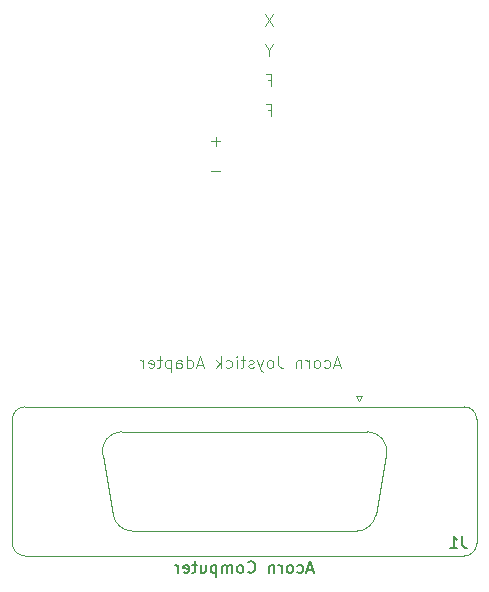
<source format=gbo>
G04 #@! TF.GenerationSoftware,KiCad,Pcbnew,9.0.6-9.0.6~ubuntu24.04.1*
G04 #@! TF.CreationDate,2025-12-07T01:13:07+01:00*
G04 #@! TF.ProjectId,Acorn Joystick Adapter,41636f72-6e20-44a6-9f79-737469636b20,rev?*
G04 #@! TF.SameCoordinates,Original*
G04 #@! TF.FileFunction,Legend,Bot*
G04 #@! TF.FilePolarity,Positive*
%FSLAX46Y46*%
G04 Gerber Fmt 4.6, Leading zero omitted, Abs format (unit mm)*
G04 Created by KiCad (PCBNEW 9.0.6-9.0.6~ubuntu24.04.1) date 2025-12-07 01:13:07*
%MOMM*%
%LPD*%
G01*
G04 APERTURE LIST*
%ADD10C,0.100000*%
%ADD11C,0.125000*%
%ADD12C,0.150000*%
%ADD13C,0.120000*%
G04 APERTURE END LIST*
D10*
X128648782Y-97977609D02*
X128982115Y-97977609D01*
X128982115Y-98501419D02*
X128982115Y-97501419D01*
X128982115Y-97501419D02*
X128505925Y-97501419D01*
X128648782Y-100517609D02*
X128982115Y-100517609D01*
X128982115Y-101041419D02*
X128982115Y-100041419D01*
X128982115Y-100041419D02*
X128505925Y-100041419D01*
X128791639Y-95485228D02*
X128791639Y-95961419D01*
X129124972Y-94961419D02*
X128791639Y-95485228D01*
X128791639Y-95485228D02*
X128458306Y-94961419D01*
X124664115Y-105740466D02*
X123902211Y-105740466D01*
X129077353Y-92421419D02*
X128410687Y-93421419D01*
X128410687Y-92421419D02*
X129077353Y-93421419D01*
X134793572Y-122091704D02*
X134317382Y-122091704D01*
X134888810Y-122377419D02*
X134555477Y-121377419D01*
X134555477Y-121377419D02*
X134222144Y-122377419D01*
X133460239Y-122329800D02*
X133555477Y-122377419D01*
X133555477Y-122377419D02*
X133745953Y-122377419D01*
X133745953Y-122377419D02*
X133841191Y-122329800D01*
X133841191Y-122329800D02*
X133888810Y-122282180D01*
X133888810Y-122282180D02*
X133936429Y-122186942D01*
X133936429Y-122186942D02*
X133936429Y-121901228D01*
X133936429Y-121901228D02*
X133888810Y-121805990D01*
X133888810Y-121805990D02*
X133841191Y-121758371D01*
X133841191Y-121758371D02*
X133745953Y-121710752D01*
X133745953Y-121710752D02*
X133555477Y-121710752D01*
X133555477Y-121710752D02*
X133460239Y-121758371D01*
X132888810Y-122377419D02*
X132984048Y-122329800D01*
X132984048Y-122329800D02*
X133031667Y-122282180D01*
X133031667Y-122282180D02*
X133079286Y-122186942D01*
X133079286Y-122186942D02*
X133079286Y-121901228D01*
X133079286Y-121901228D02*
X133031667Y-121805990D01*
X133031667Y-121805990D02*
X132984048Y-121758371D01*
X132984048Y-121758371D02*
X132888810Y-121710752D01*
X132888810Y-121710752D02*
X132745953Y-121710752D01*
X132745953Y-121710752D02*
X132650715Y-121758371D01*
X132650715Y-121758371D02*
X132603096Y-121805990D01*
X132603096Y-121805990D02*
X132555477Y-121901228D01*
X132555477Y-121901228D02*
X132555477Y-122186942D01*
X132555477Y-122186942D02*
X132603096Y-122282180D01*
X132603096Y-122282180D02*
X132650715Y-122329800D01*
X132650715Y-122329800D02*
X132745953Y-122377419D01*
X132745953Y-122377419D02*
X132888810Y-122377419D01*
X132126905Y-122377419D02*
X132126905Y-121710752D01*
X132126905Y-121901228D02*
X132079286Y-121805990D01*
X132079286Y-121805990D02*
X132031667Y-121758371D01*
X132031667Y-121758371D02*
X131936429Y-121710752D01*
X131936429Y-121710752D02*
X131841191Y-121710752D01*
X131507857Y-121710752D02*
X131507857Y-122377419D01*
X131507857Y-121805990D02*
X131460238Y-121758371D01*
X131460238Y-121758371D02*
X131365000Y-121710752D01*
X131365000Y-121710752D02*
X131222143Y-121710752D01*
X131222143Y-121710752D02*
X131126905Y-121758371D01*
X131126905Y-121758371D02*
X131079286Y-121853609D01*
X131079286Y-121853609D02*
X131079286Y-122377419D01*
X129555476Y-121377419D02*
X129555476Y-122091704D01*
X129555476Y-122091704D02*
X129603095Y-122234561D01*
X129603095Y-122234561D02*
X129698333Y-122329800D01*
X129698333Y-122329800D02*
X129841190Y-122377419D01*
X129841190Y-122377419D02*
X129936428Y-122377419D01*
X128936428Y-122377419D02*
X129031666Y-122329800D01*
X129031666Y-122329800D02*
X129079285Y-122282180D01*
X129079285Y-122282180D02*
X129126904Y-122186942D01*
X129126904Y-122186942D02*
X129126904Y-121901228D01*
X129126904Y-121901228D02*
X129079285Y-121805990D01*
X129079285Y-121805990D02*
X129031666Y-121758371D01*
X129031666Y-121758371D02*
X128936428Y-121710752D01*
X128936428Y-121710752D02*
X128793571Y-121710752D01*
X128793571Y-121710752D02*
X128698333Y-121758371D01*
X128698333Y-121758371D02*
X128650714Y-121805990D01*
X128650714Y-121805990D02*
X128603095Y-121901228D01*
X128603095Y-121901228D02*
X128603095Y-122186942D01*
X128603095Y-122186942D02*
X128650714Y-122282180D01*
X128650714Y-122282180D02*
X128698333Y-122329800D01*
X128698333Y-122329800D02*
X128793571Y-122377419D01*
X128793571Y-122377419D02*
X128936428Y-122377419D01*
X128269761Y-121710752D02*
X128031666Y-122377419D01*
X127793571Y-121710752D02*
X128031666Y-122377419D01*
X128031666Y-122377419D02*
X128126904Y-122615514D01*
X128126904Y-122615514D02*
X128174523Y-122663133D01*
X128174523Y-122663133D02*
X128269761Y-122710752D01*
X127460237Y-122329800D02*
X127364999Y-122377419D01*
X127364999Y-122377419D02*
X127174523Y-122377419D01*
X127174523Y-122377419D02*
X127079285Y-122329800D01*
X127079285Y-122329800D02*
X127031666Y-122234561D01*
X127031666Y-122234561D02*
X127031666Y-122186942D01*
X127031666Y-122186942D02*
X127079285Y-122091704D01*
X127079285Y-122091704D02*
X127174523Y-122044085D01*
X127174523Y-122044085D02*
X127317380Y-122044085D01*
X127317380Y-122044085D02*
X127412618Y-121996466D01*
X127412618Y-121996466D02*
X127460237Y-121901228D01*
X127460237Y-121901228D02*
X127460237Y-121853609D01*
X127460237Y-121853609D02*
X127412618Y-121758371D01*
X127412618Y-121758371D02*
X127317380Y-121710752D01*
X127317380Y-121710752D02*
X127174523Y-121710752D01*
X127174523Y-121710752D02*
X127079285Y-121758371D01*
X126745951Y-121710752D02*
X126364999Y-121710752D01*
X126603094Y-121377419D02*
X126603094Y-122234561D01*
X126603094Y-122234561D02*
X126555475Y-122329800D01*
X126555475Y-122329800D02*
X126460237Y-122377419D01*
X126460237Y-122377419D02*
X126364999Y-122377419D01*
X126031665Y-122377419D02*
X126031665Y-121710752D01*
X126031665Y-121377419D02*
X126079284Y-121425038D01*
X126079284Y-121425038D02*
X126031665Y-121472657D01*
X126031665Y-121472657D02*
X125984046Y-121425038D01*
X125984046Y-121425038D02*
X126031665Y-121377419D01*
X126031665Y-121377419D02*
X126031665Y-121472657D01*
X125126904Y-122329800D02*
X125222142Y-122377419D01*
X125222142Y-122377419D02*
X125412618Y-122377419D01*
X125412618Y-122377419D02*
X125507856Y-122329800D01*
X125507856Y-122329800D02*
X125555475Y-122282180D01*
X125555475Y-122282180D02*
X125603094Y-122186942D01*
X125603094Y-122186942D02*
X125603094Y-121901228D01*
X125603094Y-121901228D02*
X125555475Y-121805990D01*
X125555475Y-121805990D02*
X125507856Y-121758371D01*
X125507856Y-121758371D02*
X125412618Y-121710752D01*
X125412618Y-121710752D02*
X125222142Y-121710752D01*
X125222142Y-121710752D02*
X125126904Y-121758371D01*
X124698332Y-122377419D02*
X124698332Y-121377419D01*
X124603094Y-121996466D02*
X124317380Y-122377419D01*
X124317380Y-121710752D02*
X124698332Y-122091704D01*
X123174522Y-122091704D02*
X122698332Y-122091704D01*
X123269760Y-122377419D02*
X122936427Y-121377419D01*
X122936427Y-121377419D02*
X122603094Y-122377419D01*
X121841189Y-122377419D02*
X121841189Y-121377419D01*
X121841189Y-122329800D02*
X121936427Y-122377419D01*
X121936427Y-122377419D02*
X122126903Y-122377419D01*
X122126903Y-122377419D02*
X122222141Y-122329800D01*
X122222141Y-122329800D02*
X122269760Y-122282180D01*
X122269760Y-122282180D02*
X122317379Y-122186942D01*
X122317379Y-122186942D02*
X122317379Y-121901228D01*
X122317379Y-121901228D02*
X122269760Y-121805990D01*
X122269760Y-121805990D02*
X122222141Y-121758371D01*
X122222141Y-121758371D02*
X122126903Y-121710752D01*
X122126903Y-121710752D02*
X121936427Y-121710752D01*
X121936427Y-121710752D02*
X121841189Y-121758371D01*
X120936427Y-122377419D02*
X120936427Y-121853609D01*
X120936427Y-121853609D02*
X120984046Y-121758371D01*
X120984046Y-121758371D02*
X121079284Y-121710752D01*
X121079284Y-121710752D02*
X121269760Y-121710752D01*
X121269760Y-121710752D02*
X121364998Y-121758371D01*
X120936427Y-122329800D02*
X121031665Y-122377419D01*
X121031665Y-122377419D02*
X121269760Y-122377419D01*
X121269760Y-122377419D02*
X121364998Y-122329800D01*
X121364998Y-122329800D02*
X121412617Y-122234561D01*
X121412617Y-122234561D02*
X121412617Y-122139323D01*
X121412617Y-122139323D02*
X121364998Y-122044085D01*
X121364998Y-122044085D02*
X121269760Y-121996466D01*
X121269760Y-121996466D02*
X121031665Y-121996466D01*
X121031665Y-121996466D02*
X120936427Y-121948847D01*
X120460236Y-121710752D02*
X120460236Y-122710752D01*
X120460236Y-121758371D02*
X120364998Y-121710752D01*
X120364998Y-121710752D02*
X120174522Y-121710752D01*
X120174522Y-121710752D02*
X120079284Y-121758371D01*
X120079284Y-121758371D02*
X120031665Y-121805990D01*
X120031665Y-121805990D02*
X119984046Y-121901228D01*
X119984046Y-121901228D02*
X119984046Y-122186942D01*
X119984046Y-122186942D02*
X120031665Y-122282180D01*
X120031665Y-122282180D02*
X120079284Y-122329800D01*
X120079284Y-122329800D02*
X120174522Y-122377419D01*
X120174522Y-122377419D02*
X120364998Y-122377419D01*
X120364998Y-122377419D02*
X120460236Y-122329800D01*
X119698331Y-121710752D02*
X119317379Y-121710752D01*
X119555474Y-121377419D02*
X119555474Y-122234561D01*
X119555474Y-122234561D02*
X119507855Y-122329800D01*
X119507855Y-122329800D02*
X119412617Y-122377419D01*
X119412617Y-122377419D02*
X119317379Y-122377419D01*
X118603093Y-122329800D02*
X118698331Y-122377419D01*
X118698331Y-122377419D02*
X118888807Y-122377419D01*
X118888807Y-122377419D02*
X118984045Y-122329800D01*
X118984045Y-122329800D02*
X119031664Y-122234561D01*
X119031664Y-122234561D02*
X119031664Y-121853609D01*
X119031664Y-121853609D02*
X118984045Y-121758371D01*
X118984045Y-121758371D02*
X118888807Y-121710752D01*
X118888807Y-121710752D02*
X118698331Y-121710752D01*
X118698331Y-121710752D02*
X118603093Y-121758371D01*
X118603093Y-121758371D02*
X118555474Y-121853609D01*
X118555474Y-121853609D02*
X118555474Y-121948847D01*
X118555474Y-121948847D02*
X119031664Y-122044085D01*
X118126902Y-122377419D02*
X118126902Y-121710752D01*
X118126902Y-121901228D02*
X118079283Y-121805990D01*
X118079283Y-121805990D02*
X118031664Y-121758371D01*
X118031664Y-121758371D02*
X117936426Y-121710752D01*
X117936426Y-121710752D02*
X117841188Y-121710752D01*
D11*
X124647668Y-103199166D02*
X123885764Y-103199166D01*
X124266716Y-103580119D02*
X124266716Y-102818214D01*
D12*
X145113333Y-136614819D02*
X145113333Y-137329104D01*
X145113333Y-137329104D02*
X145160952Y-137471961D01*
X145160952Y-137471961D02*
X145256190Y-137567200D01*
X145256190Y-137567200D02*
X145399047Y-137614819D01*
X145399047Y-137614819D02*
X145494285Y-137614819D01*
X144113333Y-137614819D02*
X144684761Y-137614819D01*
X144399047Y-137614819D02*
X144399047Y-136614819D01*
X144399047Y-136614819D02*
X144494285Y-136757676D01*
X144494285Y-136757676D02*
X144589523Y-136852914D01*
X144589523Y-136852914D02*
X144684761Y-136900533D01*
X132512524Y-139455104D02*
X132036334Y-139455104D01*
X132607762Y-139740819D02*
X132274429Y-138740819D01*
X132274429Y-138740819D02*
X131941096Y-139740819D01*
X131179191Y-139693200D02*
X131274429Y-139740819D01*
X131274429Y-139740819D02*
X131464905Y-139740819D01*
X131464905Y-139740819D02*
X131560143Y-139693200D01*
X131560143Y-139693200D02*
X131607762Y-139645580D01*
X131607762Y-139645580D02*
X131655381Y-139550342D01*
X131655381Y-139550342D02*
X131655381Y-139264628D01*
X131655381Y-139264628D02*
X131607762Y-139169390D01*
X131607762Y-139169390D02*
X131560143Y-139121771D01*
X131560143Y-139121771D02*
X131464905Y-139074152D01*
X131464905Y-139074152D02*
X131274429Y-139074152D01*
X131274429Y-139074152D02*
X131179191Y-139121771D01*
X130607762Y-139740819D02*
X130703000Y-139693200D01*
X130703000Y-139693200D02*
X130750619Y-139645580D01*
X130750619Y-139645580D02*
X130798238Y-139550342D01*
X130798238Y-139550342D02*
X130798238Y-139264628D01*
X130798238Y-139264628D02*
X130750619Y-139169390D01*
X130750619Y-139169390D02*
X130703000Y-139121771D01*
X130703000Y-139121771D02*
X130607762Y-139074152D01*
X130607762Y-139074152D02*
X130464905Y-139074152D01*
X130464905Y-139074152D02*
X130369667Y-139121771D01*
X130369667Y-139121771D02*
X130322048Y-139169390D01*
X130322048Y-139169390D02*
X130274429Y-139264628D01*
X130274429Y-139264628D02*
X130274429Y-139550342D01*
X130274429Y-139550342D02*
X130322048Y-139645580D01*
X130322048Y-139645580D02*
X130369667Y-139693200D01*
X130369667Y-139693200D02*
X130464905Y-139740819D01*
X130464905Y-139740819D02*
X130607762Y-139740819D01*
X129845857Y-139740819D02*
X129845857Y-139074152D01*
X129845857Y-139264628D02*
X129798238Y-139169390D01*
X129798238Y-139169390D02*
X129750619Y-139121771D01*
X129750619Y-139121771D02*
X129655381Y-139074152D01*
X129655381Y-139074152D02*
X129560143Y-139074152D01*
X129226809Y-139074152D02*
X129226809Y-139740819D01*
X129226809Y-139169390D02*
X129179190Y-139121771D01*
X129179190Y-139121771D02*
X129083952Y-139074152D01*
X129083952Y-139074152D02*
X128941095Y-139074152D01*
X128941095Y-139074152D02*
X128845857Y-139121771D01*
X128845857Y-139121771D02*
X128798238Y-139217009D01*
X128798238Y-139217009D02*
X128798238Y-139740819D01*
X126988714Y-139645580D02*
X127036333Y-139693200D01*
X127036333Y-139693200D02*
X127179190Y-139740819D01*
X127179190Y-139740819D02*
X127274428Y-139740819D01*
X127274428Y-139740819D02*
X127417285Y-139693200D01*
X127417285Y-139693200D02*
X127512523Y-139597961D01*
X127512523Y-139597961D02*
X127560142Y-139502723D01*
X127560142Y-139502723D02*
X127607761Y-139312247D01*
X127607761Y-139312247D02*
X127607761Y-139169390D01*
X127607761Y-139169390D02*
X127560142Y-138978914D01*
X127560142Y-138978914D02*
X127512523Y-138883676D01*
X127512523Y-138883676D02*
X127417285Y-138788438D01*
X127417285Y-138788438D02*
X127274428Y-138740819D01*
X127274428Y-138740819D02*
X127179190Y-138740819D01*
X127179190Y-138740819D02*
X127036333Y-138788438D01*
X127036333Y-138788438D02*
X126988714Y-138836057D01*
X126417285Y-139740819D02*
X126512523Y-139693200D01*
X126512523Y-139693200D02*
X126560142Y-139645580D01*
X126560142Y-139645580D02*
X126607761Y-139550342D01*
X126607761Y-139550342D02*
X126607761Y-139264628D01*
X126607761Y-139264628D02*
X126560142Y-139169390D01*
X126560142Y-139169390D02*
X126512523Y-139121771D01*
X126512523Y-139121771D02*
X126417285Y-139074152D01*
X126417285Y-139074152D02*
X126274428Y-139074152D01*
X126274428Y-139074152D02*
X126179190Y-139121771D01*
X126179190Y-139121771D02*
X126131571Y-139169390D01*
X126131571Y-139169390D02*
X126083952Y-139264628D01*
X126083952Y-139264628D02*
X126083952Y-139550342D01*
X126083952Y-139550342D02*
X126131571Y-139645580D01*
X126131571Y-139645580D02*
X126179190Y-139693200D01*
X126179190Y-139693200D02*
X126274428Y-139740819D01*
X126274428Y-139740819D02*
X126417285Y-139740819D01*
X125655380Y-139740819D02*
X125655380Y-139074152D01*
X125655380Y-139169390D02*
X125607761Y-139121771D01*
X125607761Y-139121771D02*
X125512523Y-139074152D01*
X125512523Y-139074152D02*
X125369666Y-139074152D01*
X125369666Y-139074152D02*
X125274428Y-139121771D01*
X125274428Y-139121771D02*
X125226809Y-139217009D01*
X125226809Y-139217009D02*
X125226809Y-139740819D01*
X125226809Y-139217009D02*
X125179190Y-139121771D01*
X125179190Y-139121771D02*
X125083952Y-139074152D01*
X125083952Y-139074152D02*
X124941095Y-139074152D01*
X124941095Y-139074152D02*
X124845856Y-139121771D01*
X124845856Y-139121771D02*
X124798237Y-139217009D01*
X124798237Y-139217009D02*
X124798237Y-139740819D01*
X124322047Y-139074152D02*
X124322047Y-140074152D01*
X124322047Y-139121771D02*
X124226809Y-139074152D01*
X124226809Y-139074152D02*
X124036333Y-139074152D01*
X124036333Y-139074152D02*
X123941095Y-139121771D01*
X123941095Y-139121771D02*
X123893476Y-139169390D01*
X123893476Y-139169390D02*
X123845857Y-139264628D01*
X123845857Y-139264628D02*
X123845857Y-139550342D01*
X123845857Y-139550342D02*
X123893476Y-139645580D01*
X123893476Y-139645580D02*
X123941095Y-139693200D01*
X123941095Y-139693200D02*
X124036333Y-139740819D01*
X124036333Y-139740819D02*
X124226809Y-139740819D01*
X124226809Y-139740819D02*
X124322047Y-139693200D01*
X122988714Y-139074152D02*
X122988714Y-139740819D01*
X123417285Y-139074152D02*
X123417285Y-139597961D01*
X123417285Y-139597961D02*
X123369666Y-139693200D01*
X123369666Y-139693200D02*
X123274428Y-139740819D01*
X123274428Y-139740819D02*
X123131571Y-139740819D01*
X123131571Y-139740819D02*
X123036333Y-139693200D01*
X123036333Y-139693200D02*
X122988714Y-139645580D01*
X122655380Y-139074152D02*
X122274428Y-139074152D01*
X122512523Y-138740819D02*
X122512523Y-139597961D01*
X122512523Y-139597961D02*
X122464904Y-139693200D01*
X122464904Y-139693200D02*
X122369666Y-139740819D01*
X122369666Y-139740819D02*
X122274428Y-139740819D01*
X121560142Y-139693200D02*
X121655380Y-139740819D01*
X121655380Y-139740819D02*
X121845856Y-139740819D01*
X121845856Y-139740819D02*
X121941094Y-139693200D01*
X121941094Y-139693200D02*
X121988713Y-139597961D01*
X121988713Y-139597961D02*
X121988713Y-139217009D01*
X121988713Y-139217009D02*
X121941094Y-139121771D01*
X121941094Y-139121771D02*
X121845856Y-139074152D01*
X121845856Y-139074152D02*
X121655380Y-139074152D01*
X121655380Y-139074152D02*
X121560142Y-139121771D01*
X121560142Y-139121771D02*
X121512523Y-139217009D01*
X121512523Y-139217009D02*
X121512523Y-139312247D01*
X121512523Y-139312247D02*
X121988713Y-139407485D01*
X121083951Y-139740819D02*
X121083951Y-139074152D01*
X121083951Y-139264628D02*
X121036332Y-139169390D01*
X121036332Y-139169390D02*
X120988713Y-139121771D01*
X120988713Y-139121771D02*
X120893475Y-139074152D01*
X120893475Y-139074152D02*
X120798237Y-139074152D01*
D13*
X107043000Y-126726000D02*
X107043000Y-137226000D01*
X108103000Y-138286000D02*
X145303000Y-138286000D01*
X114686530Y-129714256D02*
X115585798Y-134814256D01*
X136148000Y-124771662D02*
X136398000Y-125204675D01*
X136185421Y-136186000D02*
X117220579Y-136186000D01*
X136398000Y-125204675D02*
X136648000Y-124771662D01*
X136648000Y-124771662D02*
X136148000Y-124771662D01*
X137084689Y-127766000D02*
X116321311Y-127766000D01*
X138719470Y-129714256D02*
X137820202Y-134814256D01*
X145303000Y-125666000D02*
X108103000Y-125666000D01*
X146363000Y-137226000D02*
X146363000Y-126726000D01*
X107043000Y-126726000D02*
G75*
G02*
X108103000Y-125666000I1060000J0D01*
G01*
X108103000Y-138286000D02*
G75*
G02*
X107043000Y-137226000I0J1060000D01*
G01*
X114686530Y-129714256D02*
G75*
G02*
X116321311Y-127766011I1634770J288256D01*
G01*
X117220579Y-136186000D02*
G75*
G02*
X115585818Y-134814252I21J1660000D01*
G01*
X137084689Y-127766000D02*
G75*
G02*
X138719470Y-129714256I0J-1660000D01*
G01*
X137820202Y-134814256D02*
G75*
G02*
X136185421Y-136186000I-1634780J288255D01*
G01*
X145303000Y-125666000D02*
G75*
G02*
X146363000Y-126726000I-1J-1060001D01*
G01*
X146363000Y-137226000D02*
G75*
G02*
X145303000Y-138286000I-1060001J1D01*
G01*
M02*

</source>
